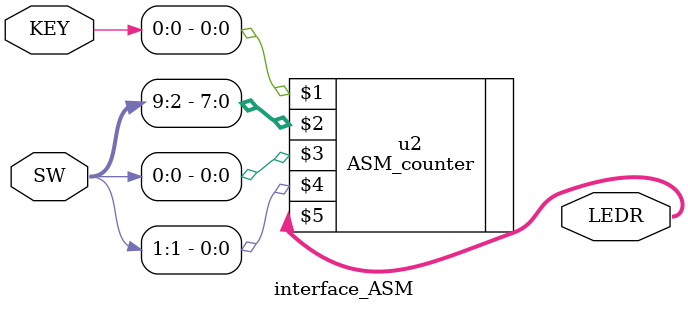
<source format=v>
module interface_ASM(SW, LEDR,KEY);
input [17:0]SW;
output [3:0]LEDR;
input [3:0]KEY;
ASM_counter u2(KEY[0],SW[9:2], SW[0], SW[1],LEDR);
endmodule

</source>
